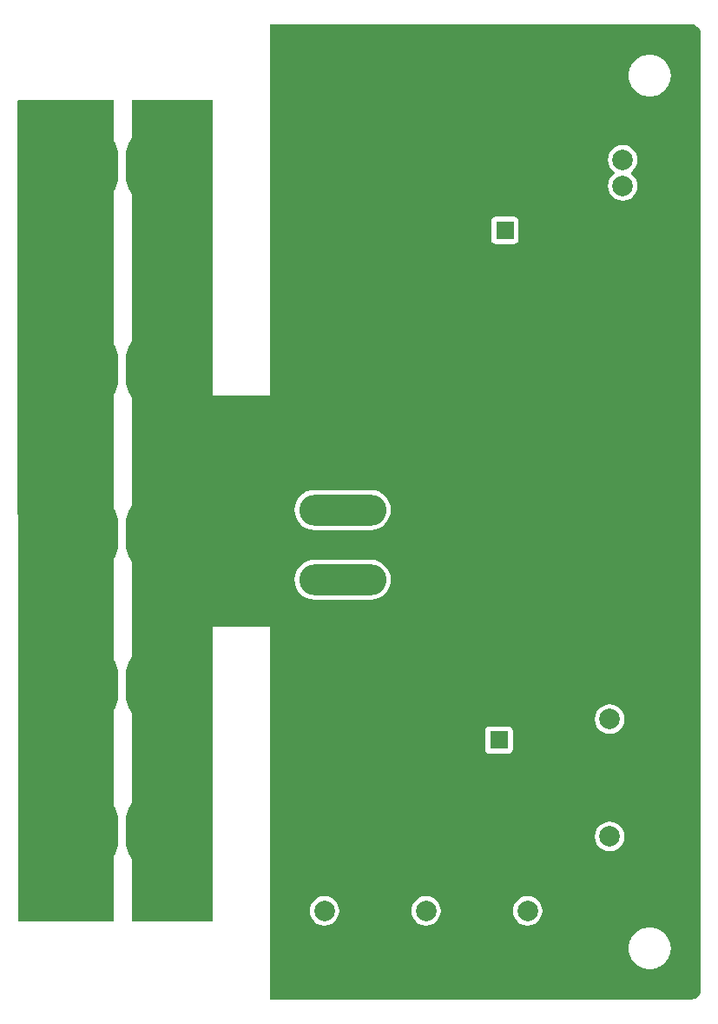
<source format=gbl>
G04 Layer_Physical_Order=2*
G04 Layer_Color=16711680*
%FSLAX25Y25*%
%MOIN*%
G70*
G01*
G75*
%ADD26O,0.33465X0.11811*%
%ADD27C,0.05512*%
%ADD28C,0.04724*%
%ADD29C,0.03543*%
%ADD30O,0.25590X0.31496*%
%ADD31R,0.07087X0.07087*%
%ADD32C,0.07087*%
%ADD33R,0.07087X0.07087*%
%ADD34C,0.07874*%
%ADD35C,0.02000*%
G36*
X271654Y374016D02*
X272041D01*
X272802Y373864D01*
X273518Y373568D01*
X274163Y373137D01*
X274712Y372588D01*
X275143Y371944D01*
X275439Y371227D01*
X275590Y370466D01*
Y370079D01*
Y3937D01*
Y3549D01*
X275439Y2789D01*
X275143Y2072D01*
X274712Y1427D01*
X274163Y879D01*
X273518Y448D01*
X272802Y151D01*
X272041Y0D01*
X110000D01*
Y143000D01*
X88000D01*
Y29980D01*
X57000Y29980D01*
Y345000D01*
X88000Y345000D01*
Y231500D01*
X110000D01*
Y374016D01*
X271654Y374016D01*
D02*
G37*
G36*
X50000Y30000D02*
X13386D01*
X13000Y344646D01*
X13354Y345000D01*
X50000D01*
Y30000D01*
D02*
G37*
%LPC*%
G36*
X256526Y27718D02*
X255285D01*
X255118Y27684D01*
X254947D01*
X253730Y27442D01*
X253572Y27377D01*
X253405Y27343D01*
X252258Y26869D01*
X252116Y26774D01*
X251959Y26708D01*
X250927Y26019D01*
X250806Y25898D01*
X250664Y25804D01*
X249787Y24926D01*
X249692Y24784D01*
X249571Y24664D01*
X248882Y23632D01*
X248817Y23474D01*
X248722Y23332D01*
X248247Y22186D01*
X248214Y22018D01*
X248148Y21861D01*
X247906Y20644D01*
Y20473D01*
X247873Y20305D01*
Y19065D01*
X247906Y18897D01*
Y18726D01*
X248148Y17510D01*
X248214Y17352D01*
X248247Y17184D01*
X248722Y16038D01*
X248817Y15896D01*
X248882Y15738D01*
X249571Y14706D01*
X249692Y14586D01*
X249787Y14444D01*
X250664Y13566D01*
X250806Y13472D01*
X250927Y13351D01*
X251959Y12662D01*
X252116Y12596D01*
X252258Y12501D01*
X253405Y12026D01*
X253572Y11993D01*
X253730Y11928D01*
X254947Y11686D01*
X255118D01*
X255285Y11653D01*
X256526D01*
X256693Y11686D01*
X256864D01*
X258081Y11928D01*
X258239Y11993D01*
X258406Y12026D01*
X259553Y12501D01*
X259695Y12596D01*
X259852Y12662D01*
X260884Y13351D01*
X261005Y13472D01*
X261147Y13566D01*
X262024Y14444D01*
X262119Y14586D01*
X262240Y14706D01*
X262929Y15738D01*
X262994Y15896D01*
X263089Y16038D01*
X263564Y17184D01*
X263597Y17352D01*
X263663Y17510D01*
X263905Y18726D01*
Y18897D01*
X263938Y19065D01*
Y20305D01*
X263905Y20473D01*
Y20644D01*
X263663Y21861D01*
X263597Y22018D01*
X263564Y22186D01*
X263089Y23332D01*
X262994Y23474D01*
X262929Y23632D01*
X262240Y24664D01*
X262119Y24784D01*
X262024Y24926D01*
X261147Y25804D01*
X261005Y25898D01*
X260884Y26019D01*
X259852Y26708D01*
X259695Y26774D01*
X259553Y26869D01*
X258406Y27343D01*
X258239Y27377D01*
X258081Y27442D01*
X256864Y27684D01*
X256693D01*
X256526Y27718D01*
D02*
G37*
G36*
X240500Y68186D02*
X239029Y67992D01*
X237657Y67424D01*
X236480Y66520D01*
X235576Y65343D01*
X235008Y63972D01*
X234814Y62500D01*
X235008Y61028D01*
X235576Y59657D01*
X236480Y58480D01*
X237657Y57576D01*
X239029Y57008D01*
X240500Y56814D01*
X241971Y57008D01*
X243343Y57576D01*
X244520Y58480D01*
X245424Y59657D01*
X245992Y61028D01*
X246186Y62500D01*
X245992Y63972D01*
X245424Y65343D01*
X244520Y66520D01*
X243343Y67424D01*
X241971Y67992D01*
X240500Y68186D01*
D02*
G37*
G36*
X209000Y39686D02*
X207528Y39492D01*
X206157Y38924D01*
X204980Y38020D01*
X204076Y36843D01*
X203508Y35472D01*
X203314Y34000D01*
X203508Y32528D01*
X204076Y31157D01*
X204980Y29980D01*
X206157Y29076D01*
X207528Y28508D01*
X209000Y28314D01*
X210472Y28508D01*
X211843Y29076D01*
X213020Y29980D01*
X213924Y31157D01*
X214492Y32528D01*
X214686Y34000D01*
X214492Y35472D01*
X213924Y36843D01*
X213020Y38020D01*
X211843Y38924D01*
X210472Y39492D01*
X209000Y39686D01*
D02*
G37*
G36*
X170000D02*
X168528Y39492D01*
X167157Y38924D01*
X165980Y38020D01*
X165076Y36843D01*
X164508Y35472D01*
X164314Y34000D01*
X164508Y32528D01*
X165076Y31157D01*
X165980Y29980D01*
X167157Y29076D01*
X168528Y28508D01*
X170000Y28314D01*
X171472Y28508D01*
X172843Y29076D01*
X174020Y29980D01*
X174924Y31157D01*
X175492Y32528D01*
X175686Y34000D01*
X175492Y35472D01*
X174924Y36843D01*
X174020Y38020D01*
X172843Y38924D01*
X171472Y39492D01*
X170000Y39686D01*
D02*
G37*
G36*
X131000D02*
X129528Y39492D01*
X128157Y38924D01*
X126980Y38020D01*
X126076Y36843D01*
X125508Y35472D01*
X125314Y34000D01*
X125508Y32528D01*
X126076Y31157D01*
X126980Y29980D01*
X128157Y29076D01*
X129528Y28508D01*
X131000Y28314D01*
X132472Y28508D01*
X133843Y29076D01*
X135020Y29980D01*
X135924Y31157D01*
X136492Y32528D01*
X136686Y34000D01*
X136492Y35472D01*
X135924Y36843D01*
X135020Y38020D01*
X133843Y38924D01*
X132472Y39492D01*
X131000Y39686D01*
D02*
G37*
G36*
X201543Y104777D02*
X194457D01*
X193793Y104645D01*
X193231Y104269D01*
X192855Y103707D01*
X192723Y103043D01*
Y95957D01*
X192855Y95293D01*
X193231Y94731D01*
X193793Y94355D01*
X194457Y94223D01*
X201543D01*
X202207Y94355D01*
X202769Y94731D01*
X203145Y95293D01*
X203277Y95957D01*
Y103043D01*
X203145Y103707D01*
X202769Y104269D01*
X202207Y104645D01*
X201543Y104777D01*
D02*
G37*
G36*
X203858Y300277D02*
X196772D01*
X196108Y300145D01*
X195546Y299769D01*
X195170Y299207D01*
X195038Y298543D01*
Y291457D01*
X195170Y290793D01*
X195546Y290231D01*
X196108Y289855D01*
X196772Y289723D01*
X203858D01*
X204522Y289855D01*
X205084Y290231D01*
X205460Y290793D01*
X205592Y291457D01*
Y298543D01*
X205460Y299207D01*
X205084Y299769D01*
X204522Y300145D01*
X203858Y300277D01*
D02*
G37*
G36*
X245500Y327686D02*
X244028Y327492D01*
X242657Y326924D01*
X241480Y326020D01*
X240576Y324843D01*
X240008Y323471D01*
X239814Y322000D01*
X240008Y320529D01*
X240576Y319157D01*
X241480Y317980D01*
X242346Y317315D01*
Y316685D01*
X241480Y316020D01*
X240576Y314843D01*
X240008Y313472D01*
X239814Y312000D01*
X240008Y310528D01*
X240576Y309157D01*
X241480Y307980D01*
X242657Y307076D01*
X244028Y306508D01*
X245500Y306314D01*
X246972Y306508D01*
X248343Y307076D01*
X249520Y307980D01*
X250424Y309157D01*
X250992Y310528D01*
X251186Y312000D01*
X250992Y313472D01*
X250424Y314843D01*
X249520Y316020D01*
X248654Y316685D01*
Y317315D01*
X249520Y317980D01*
X250424Y319157D01*
X250992Y320529D01*
X251186Y322000D01*
X250992Y323471D01*
X250424Y324843D01*
X249520Y326020D01*
X248343Y326924D01*
X246972Y327492D01*
X245500Y327686D01*
D02*
G37*
G36*
X256526Y362363D02*
X255285D01*
X255118Y362330D01*
X254947D01*
X253730Y362088D01*
X253572Y362022D01*
X253405Y361989D01*
X252258Y361514D01*
X252116Y361420D01*
X251959Y361354D01*
X250927Y360665D01*
X250806Y360544D01*
X250664Y360449D01*
X249787Y359572D01*
X249692Y359430D01*
X249571Y359309D01*
X248882Y358278D01*
X248817Y358120D01*
X248722Y357978D01*
X248247Y356831D01*
X248214Y356664D01*
X248148Y356506D01*
X247906Y355289D01*
Y355118D01*
X247873Y354951D01*
Y353710D01*
X247906Y353543D01*
Y353372D01*
X248148Y352155D01*
X248214Y351997D01*
X248247Y351830D01*
X248722Y350684D01*
X248817Y350542D01*
X248882Y350384D01*
X249571Y349352D01*
X249692Y349232D01*
X249787Y349090D01*
X250664Y348212D01*
X250806Y348117D01*
X250927Y347997D01*
X251959Y347307D01*
X252116Y347242D01*
X252258Y347147D01*
X253405Y346672D01*
X253572Y346639D01*
X253730Y346574D01*
X254947Y346332D01*
X255118D01*
X255285Y346298D01*
X256526D01*
X256693Y346332D01*
X256864D01*
X258081Y346574D01*
X258239Y346639D01*
X258406Y346672D01*
X259553Y347147D01*
X259695Y347242D01*
X259852Y347307D01*
X260884Y347997D01*
X261005Y348117D01*
X261147Y348212D01*
X262024Y349090D01*
X262119Y349232D01*
X262240Y349352D01*
X262929Y350384D01*
X262994Y350542D01*
X263089Y350684D01*
X263564Y351830D01*
X263597Y351997D01*
X263663Y352155D01*
X263905Y353372D01*
Y353543D01*
X263938Y353710D01*
Y354951D01*
X263905Y355119D01*
Y355289D01*
X263663Y356506D01*
X263597Y356664D01*
X263564Y356831D01*
X263089Y357978D01*
X262994Y358120D01*
X262929Y358278D01*
X262240Y359309D01*
X262119Y359430D01*
X262024Y359572D01*
X261147Y360449D01*
X261005Y360544D01*
X260884Y360665D01*
X259852Y361354D01*
X259695Y361420D01*
X259553Y361514D01*
X258406Y361989D01*
X258239Y362022D01*
X258081Y362088D01*
X256864Y362330D01*
X256693D01*
X256526Y362363D01*
D02*
G37*
G36*
X240500Y113186D02*
X239029Y112992D01*
X237657Y112424D01*
X236480Y111520D01*
X235576Y110343D01*
X235008Y108972D01*
X234814Y107500D01*
X235008Y106028D01*
X235576Y104657D01*
X236480Y103480D01*
X237657Y102576D01*
X239029Y102008D01*
X240500Y101814D01*
X241971Y102008D01*
X243343Y102576D01*
X244520Y103480D01*
X245424Y104657D01*
X245992Y106028D01*
X246186Y107500D01*
X245992Y108972D01*
X245424Y110343D01*
X244520Y111520D01*
X243343Y112424D01*
X241971Y112992D01*
X240500Y113186D01*
D02*
G37*
G36*
X148827Y168642D02*
X127173D01*
X125682Y168496D01*
X124249Y168061D01*
X122927Y167354D01*
X121769Y166404D01*
X120819Y165246D01*
X120113Y163925D01*
X119678Y162491D01*
X119531Y161000D01*
X119678Y159509D01*
X120113Y158075D01*
X120819Y156754D01*
X121769Y155596D01*
X122927Y154646D01*
X124249Y153939D01*
X125682Y153505D01*
X127173Y153358D01*
X148827D01*
X150318Y153505D01*
X151751Y153939D01*
X153073Y154646D01*
X154231Y155596D01*
X155181Y156754D01*
X155887Y158075D01*
X156322Y159509D01*
X156469Y161000D01*
X156322Y162491D01*
X155887Y163925D01*
X155181Y165246D01*
X154231Y166404D01*
X153073Y167354D01*
X151751Y168061D01*
X150318Y168496D01*
X148827Y168642D01*
D02*
G37*
G36*
Y195414D02*
X127173D01*
X125682Y195267D01*
X124249Y194832D01*
X122927Y194126D01*
X121769Y193176D01*
X120819Y192017D01*
X120113Y190696D01*
X119678Y189263D01*
X119531Y187772D01*
X119678Y186281D01*
X120113Y184847D01*
X120819Y183526D01*
X121769Y182368D01*
X122927Y181417D01*
X124249Y180711D01*
X125682Y180276D01*
X127173Y180129D01*
X148827D01*
X150318Y180276D01*
X151751Y180711D01*
X153073Y181417D01*
X154231Y182368D01*
X155181Y183526D01*
X155887Y184847D01*
X156322Y186281D01*
X156469Y187772D01*
X156322Y189263D01*
X155887Y190696D01*
X155181Y192017D01*
X154231Y193176D01*
X153073Y194126D01*
X151751Y194832D01*
X150318Y195267D01*
X148827Y195414D01*
D02*
G37*
%LPD*%
D26*
X138000Y134228D02*
D03*
Y161000D02*
D03*
Y187772D02*
D03*
D27*
X39102Y307488D02*
D03*
Y331504D02*
D03*
X67449D02*
D03*
Y307488D02*
D03*
X39102Y166488D02*
D03*
Y190504D02*
D03*
X67449D02*
D03*
Y166488D02*
D03*
X39102Y108756D02*
D03*
Y132772D02*
D03*
X67449D02*
D03*
Y108756D02*
D03*
X39102Y52496D02*
D03*
Y76512D02*
D03*
X67449D02*
D03*
Y52496D02*
D03*
X39102Y229488D02*
D03*
Y253504D02*
D03*
X67449D02*
D03*
Y229488D02*
D03*
D28*
X44614Y309260D02*
D03*
X48551Y313000D02*
D03*
X29653D02*
D03*
X33591Y309260D02*
D03*
X44614Y329732D02*
D03*
X48551Y325992D02*
D03*
X29653D02*
D03*
X33591Y329732D02*
D03*
X61937D02*
D03*
X58000Y325992D02*
D03*
X76898D02*
D03*
X72961Y329732D02*
D03*
X61937Y309260D02*
D03*
X58000Y313000D02*
D03*
X76898D02*
D03*
X72961Y309260D02*
D03*
X44614Y168260D02*
D03*
X48551Y172000D02*
D03*
X29653D02*
D03*
X33591Y168260D02*
D03*
X44614Y188732D02*
D03*
X48551Y184992D02*
D03*
X29653D02*
D03*
X33591Y188732D02*
D03*
X61937D02*
D03*
X58000Y184992D02*
D03*
X76898D02*
D03*
X72961Y188732D02*
D03*
X61937Y168260D02*
D03*
X58000Y172000D02*
D03*
X76898D02*
D03*
X72961Y168260D02*
D03*
X44614Y110528D02*
D03*
X48551Y114268D02*
D03*
X29653D02*
D03*
X33591Y110528D02*
D03*
X44614Y131000D02*
D03*
X48551Y127260D02*
D03*
X29653D02*
D03*
X33591Y131000D02*
D03*
X61937D02*
D03*
X58000Y127260D02*
D03*
X76898D02*
D03*
X72961Y131000D02*
D03*
X61937Y110528D02*
D03*
X58000Y114268D02*
D03*
X76898D02*
D03*
X72961Y110528D02*
D03*
X44614Y54268D02*
D03*
X48551Y58008D02*
D03*
X29653D02*
D03*
X33591Y54268D02*
D03*
X44614Y74740D02*
D03*
X48551Y71000D02*
D03*
X29653D02*
D03*
X33591Y74740D02*
D03*
X61937D02*
D03*
X58000Y71000D02*
D03*
X76898D02*
D03*
X72961Y74740D02*
D03*
X61937Y54268D02*
D03*
X58000Y58008D02*
D03*
X76898D02*
D03*
X72961Y54268D02*
D03*
X44614Y231260D02*
D03*
X48551Y235000D02*
D03*
X29653D02*
D03*
X33591Y231260D02*
D03*
X44614Y251732D02*
D03*
X48551Y247992D02*
D03*
X29653D02*
D03*
X33591Y251732D02*
D03*
X61937D02*
D03*
X58000Y247992D02*
D03*
X76898D02*
D03*
X72961Y251732D02*
D03*
X61937Y231260D02*
D03*
X58000Y235000D02*
D03*
X76898D02*
D03*
X72961Y231260D02*
D03*
D29*
X49929Y319496D02*
D03*
X28276D02*
D03*
X56622D02*
D03*
X78276D02*
D03*
X49929Y178496D02*
D03*
X28276D02*
D03*
X56622D02*
D03*
X78276D02*
D03*
X49929Y120764D02*
D03*
X28276D02*
D03*
X56622D02*
D03*
X78276D02*
D03*
X49929Y64504D02*
D03*
X28276D02*
D03*
X56622D02*
D03*
X78276D02*
D03*
X49929Y241496D02*
D03*
X28276D02*
D03*
X56622D02*
D03*
X78276D02*
D03*
D30*
X67449Y319496D02*
D03*
X39102D02*
D03*
X67449Y178496D02*
D03*
X39102D02*
D03*
X67449Y120764D02*
D03*
X39102D02*
D03*
X67449Y64504D02*
D03*
X39102D02*
D03*
X67449Y241496D02*
D03*
X39102D02*
D03*
D31*
X198000Y99500D02*
D03*
D32*
Y119185D02*
D03*
X220000Y295000D02*
D03*
D33*
X200315D02*
D03*
D34*
X240500Y62500D02*
D03*
Y72500D02*
D03*
Y107500D02*
D03*
Y117500D02*
D03*
X209000Y34000D02*
D03*
X219000D02*
D03*
X170000D02*
D03*
X180000D02*
D03*
X131000D02*
D03*
X141000D02*
D03*
X245500Y322000D02*
D03*
Y312000D02*
D03*
D35*
X195000Y233000D02*
D03*
Y236000D02*
D03*
X192400D02*
D03*
Y233000D02*
D03*
X189500Y236000D02*
D03*
Y233000D02*
D03*
X198500Y224000D02*
D03*
Y220956D02*
D03*
X198400Y217718D02*
D03*
X198500Y214793D02*
D03*
X194937D02*
D03*
Y218000D02*
D03*
Y221000D02*
D03*
Y224000D02*
D03*
X245500Y227500D02*
D03*
Y230500D02*
D03*
Y234000D02*
D03*
Y237500D02*
D03*
X241500D02*
D03*
Y234000D02*
D03*
Y230500D02*
D03*
Y227500D02*
D03*
X249500Y237500D02*
D03*
Y234000D02*
D03*
Y230500D02*
D03*
Y227500D02*
D03*
X253500Y237500D02*
D03*
Y234000D02*
D03*
Y230500D02*
D03*
Y227500D02*
D03*
X237500Y237500D02*
D03*
Y234000D02*
D03*
Y230500D02*
D03*
Y227500D02*
D03*
Y224500D02*
D03*
X241500D02*
D03*
X245500D02*
D03*
X249500D02*
D03*
X253500D02*
D03*
Y221500D02*
D03*
X245500D02*
D03*
X237500D02*
D03*
X241500D02*
D03*
X249500D02*
D03*
X247873Y71000D02*
D03*
Y75000D02*
D03*
Y79500D02*
D03*
X243500D02*
D03*
X238500D02*
D03*
Y83000D02*
D03*
X243500Y83500D02*
D03*
X248000D02*
D03*
X249500Y116500D02*
D03*
X249571Y121000D02*
D03*
Y125500D02*
D03*
X244799D02*
D03*
X240500D02*
D03*
X236500D02*
D03*
Y129500D02*
D03*
X240500D02*
D03*
X244799D02*
D03*
X249571D02*
D03*
X253572Y125500D02*
D03*
Y129500D02*
D03*
Y121000D02*
D03*
Y116500D02*
D03*
X251959Y83500D02*
D03*
Y79500D02*
D03*
Y75000D02*
D03*
Y71000D02*
D03*
X219000Y41367D02*
D03*
X222500D02*
D03*
X226500D02*
D03*
Y45000D02*
D03*
X222500D02*
D03*
X219000D02*
D03*
X226500Y38000D02*
D03*
Y34500D02*
D03*
Y30000D02*
D03*
X187500Y35201D02*
D03*
Y32000D02*
D03*
Y28529D02*
D03*
X184000Y28500D02*
D03*
Y25505D02*
D03*
X181000D02*
D03*
X187500D02*
D03*
X177500D02*
D03*
X149000Y34000D02*
D03*
Y30500D02*
D03*
Y27343D02*
D03*
X145000D02*
D03*
X140500Y27377D02*
D03*
Y23500D02*
D03*
X145000D02*
D03*
X149000Y23632D02*
D03*
X153500Y27377D02*
D03*
Y30500D02*
D03*
Y34000D02*
D03*
Y23632D02*
D03*
X197936Y125500D02*
D03*
X194000D02*
D03*
X190000D02*
D03*
X186498D02*
D03*
X183000D02*
D03*
Y122500D02*
D03*
X186498D02*
D03*
X190000D02*
D03*
Y119500D02*
D03*
X186498D02*
D03*
X183000D02*
D03*
X173385Y105000D02*
D03*
X173308Y108500D02*
D03*
X169663D02*
D03*
Y111162D02*
D03*
X173470D02*
D03*
X183035Y58000D02*
D03*
X179099D02*
D03*
X179000Y54715D02*
D03*
X183000Y54500D02*
D03*
X237000Y292000D02*
D03*
Y297024D02*
D03*
X242000D02*
D03*
Y292000D02*
D03*
Y287500D02*
D03*
X237000D02*
D03*
Y283000D02*
D03*
X242000D02*
D03*
X126233Y258500D02*
D03*
X129500D02*
D03*
Y255500D02*
D03*
X126233D02*
D03*
X168000Y296663D02*
D03*
X164500Y296500D02*
D03*
X160794Y296000D02*
D03*
Y293500D02*
D03*
X150112Y296000D02*
D03*
Y293500D02*
D03*
X147000Y296000D02*
D03*
Y293500D02*
D03*
X144000Y296000D02*
D03*
Y293500D02*
D03*
X253500Y245000D02*
D03*
Y249000D02*
D03*
Y252500D02*
D03*
X249500D02*
D03*
Y249000D02*
D03*
Y245000D02*
D03*
Y241500D02*
D03*
X245500D02*
D03*
Y245000D02*
D03*
Y249000D02*
D03*
Y252500D02*
D03*
X241500Y241500D02*
D03*
Y245000D02*
D03*
Y249000D02*
D03*
Y252500D02*
D03*
X237500Y241500D02*
D03*
Y245000D02*
D03*
Y249000D02*
D03*
Y252500D02*
D03*
X253500Y241500D02*
D03*
X186500Y233058D02*
D03*
Y236000D02*
D03*
X182000Y236500D02*
D03*
Y233500D02*
D03*
Y239500D02*
D03*
Y242500D02*
D03*
Y245500D02*
D03*
Y248500D02*
D03*
X178000D02*
D03*
Y245500D02*
D03*
Y242500D02*
D03*
Y239500D02*
D03*
Y236500D02*
D03*
Y233500D02*
D03*
M02*

</source>
